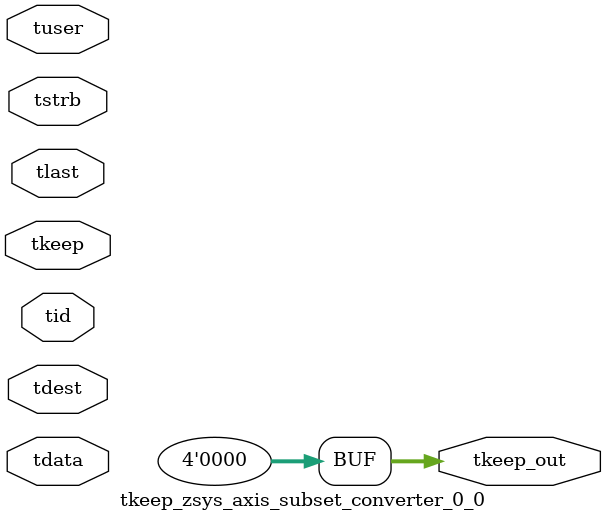
<source format=v>


`timescale 1ps/1ps

module tkeep_zsys_axis_subset_converter_0_0 #
(
parameter C_S_AXIS_TDATA_WIDTH = 32,
parameter C_S_AXIS_TUSER_WIDTH = 0,
parameter C_S_AXIS_TID_WIDTH   = 0,
parameter C_S_AXIS_TDEST_WIDTH = 0,
parameter C_M_AXIS_TDATA_WIDTH = 32
)
(
input  [(C_S_AXIS_TDATA_WIDTH == 0 ? 1 : C_S_AXIS_TDATA_WIDTH)-1:0     ] tdata,
input  [(C_S_AXIS_TUSER_WIDTH == 0 ? 1 : C_S_AXIS_TUSER_WIDTH)-1:0     ] tuser,
input  [(C_S_AXIS_TID_WIDTH   == 0 ? 1 : C_S_AXIS_TID_WIDTH)-1:0       ] tid,
input  [(C_S_AXIS_TDEST_WIDTH == 0 ? 1 : C_S_AXIS_TDEST_WIDTH)-1:0     ] tdest,
input  [(C_S_AXIS_TDATA_WIDTH/8)-1:0 ] tkeep,
input  [(C_S_AXIS_TDATA_WIDTH/8)-1:0 ] tstrb,
input                                                                    tlast,
output [(C_M_AXIS_TDATA_WIDTH/8)-1:0 ] tkeep_out
);

assign tkeep_out = {1'b0};

endmodule


</source>
